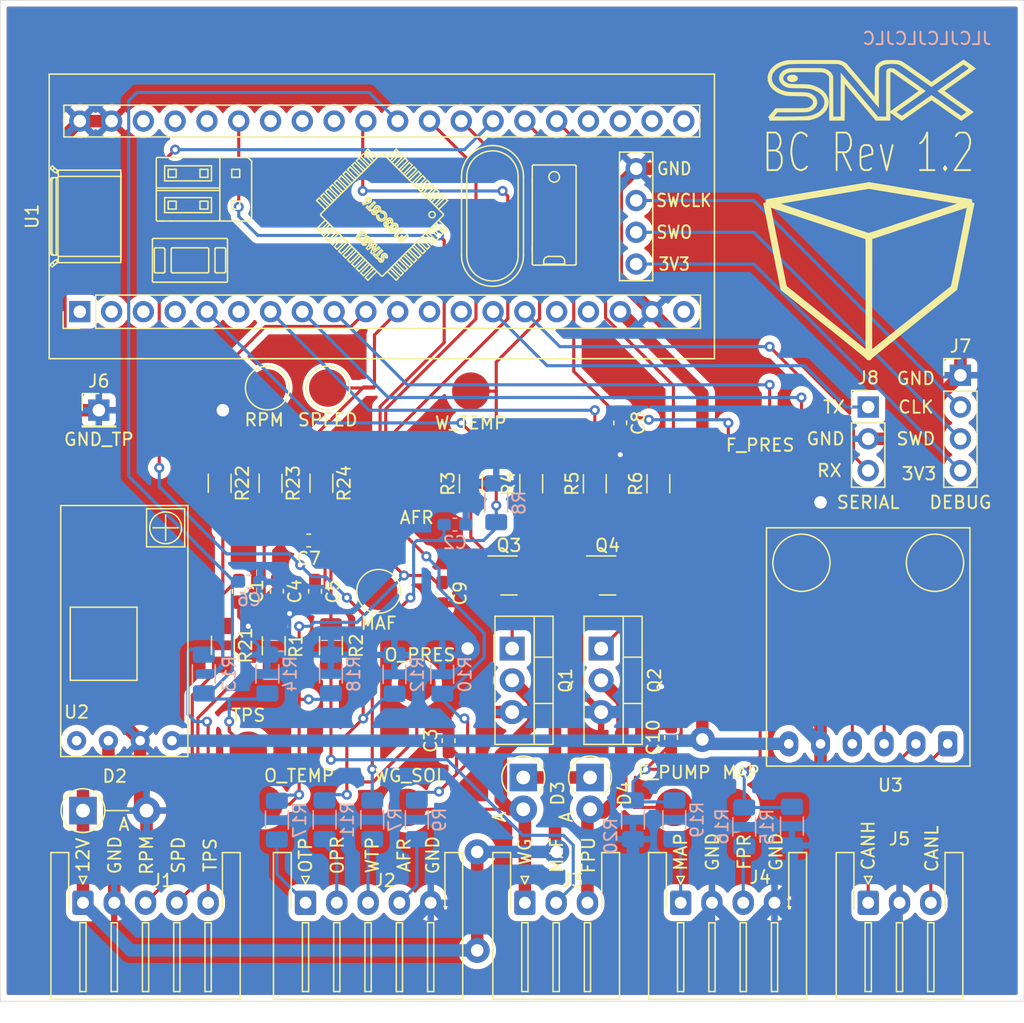
<source format=kicad_pcb>
(kicad_pcb (version 20211014) (generator pcbnew)
  (layers (0 "F.Cu" signal) (31 "B.Cu" signal) (34 "B.Paste" user) (35 "F.Paste" user) (36 "B.SilkS" user "B.Silkscreen") (37 "F.SilkS" user "F.Silkscreen") (38 "B.Mask" user) (39 "F.Mask" user) (44 "Edge.Cuts" user))
  (net 0 "")
  (net 1 "GND")
  (net 2 "/SPEED")
  (net 3 "/TPS")
  (net 4 "+12V")
  (net 5 "/MAF")
  (net 6 "/OIL_TEMP")
  (net 7 "/OIL_PRES")
  (net 8 "/WATER_TEMP")
  (net 9 "/AFR")
  (net 10 "/WG_SOL")
  (net 11 "/F_PUMP")
  (net 12 "/MAP")
  (net 13 "/F_PRES")
  (net 14 "/CANH")
  (net 15 "/CANL")
  (net 16 "/CAN_TX")
  (net 17 "/CAN_RX")
  (net 18 "+5V")
  (net 19 "Net-(Q1-Pad1)")
  (net 20 "/TX")
  (net 21 "/WG_PWM")
  (net 22 "/F_PUMP_CMD")
  (net 23 "/MAF_33")
  (net 24 "/WATER_TEMP_33")
  (net 25 "/AFR_33")
  (net 26 "/OIL_PRES_33")
  (net 27 "/TPS_33")
  (net 28 "/F_PRES_33")
  (net 29 "/OIL_TEMP_33")
  (net 30 "/MAP_33")
  (net 31 "Net-(J7-Pad2)")
  (net 32 "Net-(J7-Pad3)")
  (net 33 "Net-(J7-Pad4)")
  (net 34 "/RPM")
  (net 42 "/RX")
  (net 43 "Net-(Q2-Pad1)")
  (net 58 "Net-(Q3-Pad1)")
  (net 59 "Net-(Q4-Pad1)")
  (net 60 "/SPEED_33")
  (net 61 "/RPM_33")
  (footprint "Footprints_pills:YAAJ_BluePill_SWD_1" (layer "F.Cu") (at 64.77 69.342 90)
    (fp_text reference "U1")
    (fp_text value "YAAJ_BluePill_SWD_Breakout" hide)
  )
  (footprint "Resistor_SMD:R_1206_3216Metric_Pad1.30x1.75mm_HandSolder" (layer "F.Cu") (at 80.264 96.044 -90)
    (fp_text reference "R1")
    (fp_text value "1.2k")
  )
  (footprint "Connector_JST:JST_XH_S5B-XH-A-1_1x05_P2.50mm_Horizontal" (layer "F.Cu") (at 65.024 116.586)
    (fp_text reference "J1")
    (fp_text value "PW-RPM-SPD-TPS")
  )
  (footprint "Resistor_SMD:R_1206_3216Metric_Pad1.30x1.75mm_HandSolder" (layer "F.Cu") (at 84.836 96.044 90)
    (fp_text reference "R2")
    (fp_text value "1.2k")
  )
  (footprint "Connector_JST:JST_XH_S5B-XH-A-1_1x05_P2.50mm_Horizontal" (layer "F.Cu") (at 82.804 116.586)
    (fp_text reference "J2")
    (fp_text value "OIL-WATER-AFR")
  )
  (footprint "Connector_JST:JST_XH_S3B-XH-A-1_1x03_P2.50mm_Horizontal" (layer "F.Cu") (at 100.33 116.586)
    (fp_text reference "J3")
    (fp_text value "WG-FPUMP")
  )
  (footprint "Connector_JST:JST_XH_S4B-XH-A-1_1x04_P2.50mm_Horizontal" (layer "F.Cu") (at 112.776 116.586)
    (fp_text reference "J4")
    (fp_text value "MAP-FPRES")
  )
  (footprint "Connector_JST:JST_XH_S3B-XH-A-1_1x03_P2.50mm_Horizontal" (layer "F.Cu") (at 127.762 116.586)
    (fp_text reference "J5")
    (fp_text value "CAN")
  )
  (footprint "Diode_THT:D_DO-41_SOD81_P5.08mm_Vertical_AnodeUp" (layer "F.Cu") (at 65.024 109.22)
    (fp_text reference "D2")
    (fp_text value "TVS 18V")
  )
  (footprint "Sonix:MICRO-BUCK-POWER-MODULE_FLAT" (layer "F.Cu") (at 72.136 103.632 180)
    (fp_text reference "U2")
    (fp_text value "Power")
  )
  (footprint "Package_TO_SOT_THT:TO-220-3_Vertical" (layer "F.Cu") (at 99.314 96.266 -90)
    (fp_text reference "Q1")
    (fp_text value "IRF3205")
  )
  (footprint "Package_TO_SOT_THT:TO-220-3_Vertical" (layer "F.Cu") (at 106.426 96.266 -90)
    (fp_text reference "Q2")
    (fp_text value "IRF3205")
  )
  (footprint "Resistor_SMD:R_1206_3216Metric_Pad1.30x1.75mm_HandSolder" (layer "F.Cu") (at 96.012 83.09 90)
    (fp_text reference "R3")
    (fp_text value "1k")
  )
  (footprint "Resistor_SMD:R_1206_3216Metric_Pad1.30x1.75mm_HandSolder" (layer "F.Cu") (at 100.838 83.09 90)
    (fp_text reference "R4")
    (fp_text value "1k")
  )
  (footprint "Resistor_SMD:R_1206_3216Metric_Pad1.30x1.75mm_HandSolder" (layer "F.Cu") (at 105.918 83.09 90)
    (fp_text reference "R5")
    (fp_text value "1k")
  )
  (footprint "Resistor_SMD:R_1206_3216Metric_Pad1.30x1.75mm_HandSolder" (layer "F.Cu") (at 110.998 83.09 90)
    (fp_text reference "R6")
    (fp_text value "1k")
  )
  (footprint "Diode_THT:D_DO-41_SOD81_P2.54mm_Vertical_AnodeUp" (layer "F.Cu") (at 105.537 106.573866 -90)
    (fp_text reference "D4")
    (fp_text value "1N4001")
  )
  (footprint "Diode_THT:D_DO-41_SOD81_P2.54mm_Vertical_AnodeUp" (layer "F.Cu") (at 100.203 106.573866 -90)
    (fp_text reference "D3")
    (fp_text value "1N4001")
  )
  (footprint "Package_TO_SOT_SMD:SOT-23" (layer "F.Cu") (at 106.934 90.424)
    (fp_text reference "Q4")
    (fp_text value "S9013")
  )
  (footprint "Package_TO_SOT_SMD:SOT-23" (layer "F.Cu") (at 99.06 90.424)
    (fp_text reference "Q3")
    (fp_text value "S9013")
  )
  (footprint "Sonix:MCP2551_MODULE" (layer "F.Cu") (at 134.112 106.426 180)
    (fp_text reference "U3")
    (fp_text value "MCP2551_MODULE")
  )
  (footprint "Connector_PinHeader_2.54mm:PinHeader_1x04_P2.54mm_Vertical" (layer "F.Cu") (at 135.128 74.422)
    (fp_text reference "J7")
    (fp_text value "PROG")
  )
  (footprint "Measurement_Points:Measurement_Point_Round-SMD-Pad_Big" (layer "F.Cu") (at 112.268 108.966)
    (fp_text reference "TP2" hide)
    (fp_text value "F_PUMP")
  )
  (footprint "Measurement_Points:Measurement_Point_Round-SMD-Pad_Big" (layer "F.Cu") (at 96.012 75.692)
    (fp_text reference "TP3" hide)
    (fp_text value "W_TEMP")
  )
  (footprint "Measurement_Points:Measurement_Point_Round-SMD-Pad_Big" (layer "F.Cu") (at 91.694 82.804)
    (fp_text reference "TP4" hide)
    (fp_text value "AFR")
  )
  (footprint "Measurement_Points:Measurement_Point_Round-SMD-Pad_Big" (layer "F.Cu") (at 91.694 99.06)
    (fp_text reference "TP5" hide)
    (fp_text value "O_PRES")
  )
  (footprint "Measurement_Points:Measurement_Point_Round-SMD-Pad_Big" (layer "F.Cu") (at 78.232 104.394)
    (fp_text reference "TP6" hide)
    (fp_text value "TPS")
  )
  (footprint "Measurement_Points:Measurement_Point_Round-SMD-Pad_Big" (layer "F.Cu") (at 119.126 82.55)
    (fp_text reference "TP7" hide)
    (fp_text value "F_PRES")
  )
  (footprint "Measurement_Points:Measurement_Point_Round-SMD-Pad_Big" (layer "F.Cu") (at 79.502 108.712)
    (fp_text reference "TP8" hide)
    (fp_text value "O_TEMP")
  )
  (footprint "Measurement_Points:Measurement_Point_Round-SMD-Pad_Big" (layer "F.Cu") (at 117.094 108.966)
    (fp_text reference "TP9" hide)
    (fp_text value "MAP")
  )
  (footprint "Pin_Headers:Pin_Header_Straight_1x01_Pitch2.54mm" (layer "F.Cu") (at 66.294 77.216)
    (fp_text reference "J6")
    (fp_text value "GND_TP")
  )
  (footprint "Measurement_Points:Measurement_Point_Round-SMD-Pad_Big" (layer "F.Cu") (at 90.932 108.966)
    (fp_text reference "TP1" hide)
    (fp_text value "WG_SOL")
  )
  (footprint "Sonix:logo_cube" (layer "F.Cu") (at 128.016 65.278)
    (fp_text reference "Ref**" hide)
    (fp_text value "Val**" hide)
  )
  (footprint "Sonix:SNX_little" (layer "F.Cu") (at 127.762 51.816)
    (fp_text reference "Ref**" hide)
    (fp_text value "Val**" hide)
  )
  (footprint "Capacitor_SMD:C_0603_1608Metric_Pad1.08x0.95mm_HandSolder" (layer "F.Cu") (at 83.566 91.694 -90)
    (fp_text reference "C5")
    (fp_text value "10µ")
  )
  (footprint "TestPoint:TestPoint_Pad_D3.0mm" (layer "F.Cu") (at 84.582 75.438)
    (fp_text reference "TP11" hide)
    (fp_text value "SPEED")
  )
  (footprint "Resistor_SMD:R_1206_3216Metric_Pad1.30x1.75mm_HandSolder" (layer "F.Cu") (at 84.074 83.058 -90)
    (fp_text reference "R24")
    (fp_text value "2.2k")
  )
  (footprint "Capacitor_SMD:C_0603_1608Metric_Pad1.08x0.95mm_HandSolder" (layer "F.Cu") (at 80.518 91.694 -90)
    (fp_text reference "C4")
    (fp_text value "10n")
  )
  (footprint "Resistor_SMD:R_1206_3216Metric_Pad1.30x1.75mm_HandSolder" (layer "F.Cu") (at 75.946 83.058 -90)
    (fp_text reference "R22")
    (fp_text value "2.2k")
  )
  (footprint "Capacitor_SMD:C_0603_1608Metric_Pad1.08x0.95mm_HandSolder" (layer "F.Cu") (at 107.95 78.232 -90)
    (fp_text reference "C8")
    (fp_text value "10µ")
  )
  (footprint "Capacitor_SMD:C_0603_1608Metric_Pad1.08x0.95mm_HandSolder" (layer "F.Cu") (at 94.234 103.632 90)
    (fp_text reference "C3")
    (fp_text value "10µ")
  )
  (footprint "Capacitor_SMD:C_0603_1608Metric_Pad1.08x0.95mm_HandSolder" (layer "F.Cu") (at 83.058 87.63 180)
    (fp_text reference "C7")
    (fp_text value "10n")
  )
  (footprint "Capacitor_SMD:C_0603_1608Metric_Pad1.08x0.95mm_HandSolder" (layer "F.Cu") (at 93.726 91.8475 -90)
    (fp_text reference "C9")
    (fp_text value "10µ")
  )
  (footprint "TestPoint:TestPoint_Pad_D3.0mm" (layer "F.Cu") (at 88.646 91.694)
    (fp_text reference "TP12" hide)
    (fp_text value "MAF")
  )
  (footprint "Resistor_SMD:R_1206_3216Metric_Pad1.30x1.75mm_HandSolder" (layer "F.Cu") (at 76.2 96.012 -90)
    (fp_text reference "R21")
    (fp_text value "1.2k")
  )
  (footprint "Capacitor_SMD:C_0603_1608Metric_Pad1.08x0.95mm_HandSolder" (layer "F.Cu") (at 112.014 103.378 90)
    (fp_text reference "C10")
    (fp_text value "10µ")
  )
  (footprint "TestPoint:TestPoint_Pad_D3.0mm" (layer "F.Cu") (at 79.756 75.438)
    (fp_text reference "TP10" hide)
    (fp_text value "RPM")
  )
  (footprint "Capacitor_SMD:C_0603_1608Metric_Pad1.08x0.95mm_HandSolder" (layer "F.Cu") (at 77.47 91.694 -90)
    (fp_text reference "C1")
    (fp_text value "10n")
  )
  (footprint "Connector_PinHeader_2.54mm:PinHeader_1x03_P2.54mm_Vertical" (layer "F.Cu") (at 127.762 76.962)
    (fp_text reference "J8")
    (fp_text value "SERIAL")
  )
  (footprint "Resistor_SMD:R_1206_3216Metric_Pad1.30x1.75mm_HandSolder" (layer "F.Cu") (at 80.01 83.058 -90)
    (fp_text reference "R23")
    (fp_text value "2.2k")
  )
  (footprint "Resistor_SMD:R_1206_3216Metric_Pad1.30x1.75mm_HandSolder" (layer "B.Cu") (at 88.138 109.95 90)
    (fp_text reference "R7")
    (fp_text value "1.2k")
  )
  (footprint "Resistor_SMD:R_1206_3216Metric_Pad1.30x1.75mm_HandSolder" (layer "B.Cu") (at 98.044 84.614 90)
    (fp_text reference "R8")
    (fp_text value "2.2k")
  )
  (footprint "Resistor_SMD:R_1206_3216Metric_Pad1.30x1.75mm_HandSolder" (layer "B.Cu") (at 91.694 109.95 90)
    (fp_text reference "R9")
    (fp_text value "1.2k")
  )
  (footprint "Resistor_SMD:R_1206_3216Metric_Pad1.30x1.75mm_HandSolder" (layer "B.Cu") (at 93.726 98.33 90)
    (fp_text reference "R10")
    (fp_text value "2.2k")
  )
  (footprint "Resistor_SMD:R_1206_3216Metric_Pad1.30x1.75mm_HandSolder" (layer "B.Cu") (at 89.916 98.33 90)
    (fp_text reference "R12")
    (fp_text value "2.2k")
  )
  (footprint "Resistor_SMD:R_1206_3216Metric_Pad1.30x1.75mm_HandSolder" (layer "B.Cu") (at 74.676 98.298 -90)
    (fp_text reference "R13")
    (fp_text value "1.2k")
  )
  (footprint "Resistor_SMD:R_1206_3216Metric_Pad1.30x1.75mm_HandSolder" (layer "B.Cu") (at 79.756 98.298 90)
    (fp_text reference "R14")
    (fp_text value "2.2k")
  )
  (footprint "Resistor_SMD:R_1206_3216Metric_Pad1.30x1.75mm_HandSolder" (layer "B.Cu") (at 117.856 110.522 90)
    (fp_text reference "R15")
    (fp_text value "1.2k")
  )
  (footprint "Resistor_SMD:R_1206_3216Metric_Pad1.30x1.75mm_HandSolder" (layer "B.Cu") (at 121.666 110.458 -90)
    (fp_text reference "R16")
    (fp_text value "2.2k")
  )
  (footprint "Resistor_SMD:R_1206_3216Metric_Pad1.30x1.75mm_HandSolder" (layer "B.Cu") (at 80.518 109.982 90)
    (fp_text reference "R17")
    (fp_text value "1.2k")
  )
  (footprint "Resistor_SMD:R_1206_3216Metric_Pad1.30x1.75mm_HandSolder" (layer "B.Cu") (at 84.836 98.298 90)
    (fp_text reference "R18")
    (fp_text value "2.2k")
  )
  (footprint "Resistor_SMD:R_1206_3216Metric_Pad1.30x1.75mm_HandSolder" (layer "B.Cu") (at 112.268 109.95 90)
    (fp_text reference "R19")
    (fp_text value "1.2k")
  )
  (footprint "Resistor_SMD:R_1206_3216Metric_Pad1.30x1.75mm_HandSolder" (layer "B.Cu") (at 108.966 109.95 -90)
    (fp_text reference "R20")
    (fp_text value "2.2k")
  )
  (footprint "Resistor_SMD:R_1206_3216Metric_Pad1.30x1.75mm_HandSolder" (layer "B.Cu") (at 84.328 109.95 90)
    (fp_text reference "R11")
    (fp_text value "1.2k")
  )
  (footprint "Capacitor_SMD:C_0603_1608Metric_Pad1.08x0.95mm_HandSolder" (layer "B.Cu") (at 94.742 86.36)
    (fp_text reference "C2")
    (fp_text value "10µ")
  )
  (footprint "Capacitor_SMD:C_0603_1608Metric_Pad1.08x0.95mm_HandSolder" (layer "B.Cu") (at 78.3075 90.932)
    (fp_text reference "C6")
    (fp_text value "10µ")
  )
  (gr_line (start 58.42 44.45) (end 140.208 44.45) (layer "Edge.Cuts") (width 0.05))
  (gr_line (start 58.42 124.46) (end 140.208 124.46) (layer "Edge.Cuts") (width 0.05))
  (gr_line (start 140.208 124.46) (end 140.208 44.45) (layer "Edge.Cuts") (width 0.05))
  (gr_line (start 58.42 124.46) (end 58.42 44.45) (layer "Edge.Cuts") (width 0.05))
  (gr_text " JLCJLCJLCJLC" (at 132.842 47.498) (layer "B.SilkS") (effects (font (size 1 1)) (justify mirror)))
  (gr_text "FPR" (at 117.856 112.522 90) (layer "F.SilkS") (effects (font (size 1 1))))
  (gr_text "3V3" (at 131.826 82.296) (layer "F.SilkS") (effects (font (size 1 1))))
  (gr_text "OTP" (at 82.804 112.776 90) (layer "F.SilkS") (effects (font (size 1 1))))
  (gr_text "RX" (at 125.73 82.042) (layer "F.SilkS") (effects (font (size 1 1)) (justify right)))
  (gr_text "GND" (at 115.316 112.522 90) (layer "F.SilkS") (effects (font (size 1 1))))
  (gr_text "GND" (at 131.572 74.676) (layer "F.SilkS") (effects (font (size 1 1))))
  (gr_text "GND" (at 120.396 112.522 90) (layer "F.SilkS") (effects (font (size 1 1))))
  (gr_text "CANL" (at 132.842 112.268 90) (layer "F.SilkS") (effects (font (size 1 1))))
  (gr_text "GND" (at 92.964 112.776 90) (layer "F.SilkS") (effects (font (size 1 1))))
  (gr_text "AFR" (at 90.678 112.776 90) (layer "F.SilkS") (effects (font (size 1 1))))
  (gr_text "TX" (at 125.984 76.962) (layer "F.SilkS") (effects (font (size 1 1)) (justify right)))
  (gr_text "SWD" (at 131.572 79.502) (layer "F.SilkS") (effects (font (size 1 1))))
  (gr_text "SERIAL" (at 127.762 84.582) (layer "F.SilkS") (effects (font (size 1 1))))
  (gr_text "CANH" (at 127.762 112.014 90) (layer "F.SilkS") (effects (font (size 1 1))))
  (gr_text "GND" (at 67.564 112.776 90) (layer "F.SilkS") (effects (font (size 1 1))))
  (gr_text "WTP" (at 88.138 112.776 90) (layer "F.SilkS") (effects (font (size 1 1))))
  (gr_text "FPU" (at 105.41 112.776 90) (layer "F.SilkS") (effects (font (size 1 1))))
  (gr_text "GND" (at 125.984 79.502) (layer "F.SilkS") (effects (font (size 1 1)) (justify right)))
  (gr_text "MAF" (at 102.87 112.776 90) (layer "F.SilkS") (effects (font (size 1 1))))
  (gr_text "TPS" (at 75.184 112.776 90) (layer "F.SilkS") (effects (font (size 1 1))))
  (gr_text "CLK" (at 131.572 76.962) (layer "F.SilkS") (effects (font (size 1 1))))
  (gr_text "RPM" (at 70.104 112.776 90) (layer "F.SilkS") (effects (font (size 1 1))))
  (gr_text "SPD" (at 72.644 112.776 90) (layer "F.SilkS") (effects (font (size 1 1))))
  (gr_text "BC Rev 1.2" (at 127.762 56.642) (layer "F.SilkS") (effects (font (size 3 2))))
  (gr_text "DEBUG" (at 135.128 84.582) (layer "F.SilkS") (effects (font (size 1 1))))
  (gr_text "OPR" (at 85.344 112.776 90) (layer "F.SilkS") (effects (font (size 1 1))))
  (gr_text "MAP" (at 112.776 112.522 90) (layer "F.SilkS") (effects (font (size 1 1))))
  (gr_text "WG" (at 100.33 112.522 90) (layer "F.SilkS") (effects (font (size 1 1))))
  (gr_text "12V" (at 65.024 112.776 90) (layer "F.SilkS") (effects (font (size 1 1))))
  (segment (start 80.01 81.508) (end 80.01 80.01) (width 0.25) (layer "F.Cu") (net 1))
  (segment (start 67.524 113.578) (end 67.524 116.586) (width 1) (layer "F.Cu") (net 1))
  (segment (start 63.219999 55.652001) (end 64.77 54.102) (width 1) (layer "F.Cu") (net 1))
  (segment (start 98.1225 91.374) (end 98.1225 93.9015) (width 0.5) (layer "F.Cu") (net 1))
  (segment (start 69.596 103.632) (end 69.596 108.712) (width 1) (layer "F.Cu") (net 1))
  (segment (start 98.1225 93.9015) (end 95.758 96.266) (width 0.5) (layer "F.Cu") (net 1))
  (segment (start 104.826489 92.544011) (end 104.826489 99.746489) (width 0.5) (layer "F.Cu") (net 1))
  (segment (start 110.49 69.342) (end 110.49 69.365738) (width 1) (layer "F.Cu") (net 1))
  (segment (start 120.396 116.466) (end 120.276 116.586) (width 1) (layer "F.Cu") (net 1))
  (segment (start 75.946 77.47) (end 76.2 77.216) (width 0.25) (layer "F.Cu") (net 1))
  (segment (start 84.36552 91.75698) (end 84.36552 89.80002) (width 0.25) (layer "F.Cu") (net 1))
  (segment (start 127.762 79.502) (end 130.048 79.502) (width 1) (layer "F.Cu") (net 1))
  (segment (start 77.47 93.726) (end 78.232 94.488) (width 0.25) (layer "F.Cu") (net 1))
  (segment (start 97.536 101.346) (end 96.52 100.33) (width 1) (layer "F.Cu") (net 1))
  (segment (start 82.87448 82.70752) (end 82.87448 86.95102) (width 0.25) (layer "F.Cu") (net 1))
  (segment (start 104.826489 99.746489) (end 106.426 101.346) (width 0.5) (layer "F.Cu") (net 1))
  (segment (start 80.518 92.5565) (end 80.6185 92.5565) (width 0.25) (layer "F.Cu") (net 1))
  (segment (start 80.01 80.01) (end 77.216 77.216) (width 0.25) (layer "F.Cu") (net 1))
  (segment (start 82.4495 92.5565) (end 81.534 93.472) (width 0.25) (layer "F.Cu") (net 1))
  (segment (start 120.276 116.586) (end 123.952 112.91) (width 1) (layer "F.Cu") (net 1))
  (segment (start 135.128 74.422) (end 135.128 61.468) (width 1) (layer "F.Cu") (net 1))
  (segment (start 82.87448 86.95102) (end 82.1955 87.63) (width 0.25) (layer "F.Cu") (net 1))
  (segment (start 67.31 54.102) (end 64.77 54.102) (width 1) (layer "F.Cu") (net 1))
  (segment (start 107.669999 59.462001) (end 107.669999 66.521999) (width 1) (layer "F.Cu") (net 1))
  (segment (start 112.014 100.076) (end 111.252 99.314) (width 0.25) (layer "F.Cu") (net 1))
  (segment (start 80.6185 92.5565) (end 81.534 93.472) (width 0.25) (layer "F.Cu") (net 1))
  (segment (start 123.952 112.91) (end 123.952 103.886) (width 1) (layer "F.Cu") (net 1))
  (segment (start 130.048 79.502) (end 135.128 74.422) (width 1) (layer "F.Cu") (net 1))
  (segment (start 83.566 92.5565) (end 82.4495 92.5565) (width 0.25) (layer "F.Cu") (net 1))
  (segment (start 95.758 96.266) (end 96.52 97.028) (width 1) (layer "F.Cu") (net 1))
  (segment (start 99.314 101.346) (end 97.536 101.346) (width 1) (layer "F.Cu") (net 1))
  (segment (start 123.952 82.827738) (end 123.952 103.886) (width 1) (layer "F.Cu") (net 1))
  (segment (start 63.219999 97.255999) (end 63.219999 84.862001) (width 1) (layer "F.Cu") (net 1))
  (segment (start 66.294 77.216) (end 63.246 77.216) (width 1) (layer "F.Cu") (net 1))
  (segment (start 69.596 103.632) (end 63.219999 97.255999) (width 1) (layer "F.Cu") (net 1))
  (segment (start 83.566 92.5565) (end 84.36552 91.75698) (width 0.25) (layer "F.Cu") (net 1))
  (segment (start 135.128 61.468) (end 131.572 57.912) (width 1) (layer "F.Cu") (net 1))
  (segment (start 107.95 79.0945) (end 107.95 80.772) (width 0.25) (layer "F.Cu") (net 1))
  (segment (start 112.014 102.5155) (end 112.014 100.076) (width 0.25) (layer "F.Cu") (net 1))
  (segment (start 76.2 77.698) (end 76.2 77.216) (width 0.25) (layer "F.Cu") (net 1))
  (segment (start 77.47 92.5565) (end 77.47 93.726) (width 0.25) (layer "F.Cu") (net 1))
  (segment (start 107.669999 66.521999) (end 110.49 69.342) (width 1) (layer "F.Cu") (net 1))
  (segment (start 110.49 69.365738) (end 123.952 82.827738) (width 1) (layer "F.Cu") (net 1))
  (segment (start 84.074 81.508) (end 82.87448 82.70752) (width 0.25) (layer "F.Cu") (net 1))
  (segment (start 130.302 116.546) (end 130.262 116.586) (width 1) (layer "F.Cu") (net 1))
  (segment (start 77.216 77.216) (end 76.2 77.216) (width 0.25) (layer "F.Cu") (net 1))
  (segment (start 109.22 57.912) (end 107.669999 59.462001) (width 1) (layer "F.Cu") (net 1))
  (segment (start 131.572 57.912) (end 109.22 57.912) (width 1) (layer "F.Cu") (net 1))
  (segment (start 63.246 77.216) (end 63.219999 77.189999) (width 1) (layer "F.Cu") (net 1))
  (segment (start 84.36552 89.80002) (end 82.1955 87.63) (width 0.25) (layer "F.Cu") (net 1))
  (segment (start 63.219999 77.189999) (end 63.219999 55.652001) (width 1) (layer "F.Cu") (net 1))
  (segment (start 105.9965 91.374) (end 104.826489 92.544011) (width 0.5) (layer "F.Cu") (net 1))
  (segment (start 69.596 108.712) (end 70.104 109.22) (width 1) (layer "F.Cu") (net 1))
  (segment (start 75.946 81.508) (end 75.946 77.47) (width 0.25) (layer "F.Cu") (net 1))
  (segment (start 96.52 100.33) (end 96.52 97.028) (width 1) (layer "F.Cu") (net 1))
  (segment (start 70.104 109.22) (end 70.104 110.998) (width 1) (layer "F.Cu") (net 1))
  (segment (start 115.316 116.546) (end 115.276 116.586) (width 1) (layer "F.Cu") (net 1))
  (segment (start 70.104 110.998) (end 67.524 113.578) (width 1) (layer "F.Cu") (net 1))
  (segment (start 63.219999 84.862001) (end 63.219999 77.189999) (width 1) (layer "F.Cu") (net 1))
  (via (at 76.2 77.216) (size 2) (drill 1) (layers "F.Cu" "B.Cu") (net 1))
  (via (at 78.232 94.488) (size 0.8) (drill 0.4) (layers "F.Cu" "B.Cu") (net 1))
  (via (at 95.758 96.266) (size 2) (drill 1) (layers "F.Cu" "B.Cu") (net 1))
  (via (at 111.252 99.314) (size 0.8) (drill 0.4) (layers "F.Cu" "B.Cu") (net 1))
  (via (at 107.95 80.772) (size 0.8) (drill 0.4) (layers "F.Cu" "B.Cu") (net 1))
  (via (at 81.534 93.472) (size 0.8) (drill 0.4) (layers "F.Cu" "B.Cu") (net 1))
  (via (at 123.952 84.582) (size 2) (drill 1) (layers "F.Cu" "B.Cu") (net 1))
  (segment (start 76.2 77.978) (end 82.862 84.64) (width 1) (layer "B.Cu") (net 1))
  (segment (start 92.804 116.586) (end 94.836 118.618) (width 1) (layer "B.Cu") (net 1))
  (segment (start 98.044 81.28) (end 98.298 81.026) (width 0.25) (layer "B.Cu") (net 1))
  (segment (start 128.740002 118.618) (end 130.262 117.096002) (width 1) (layer "B.Cu") (net 1))
  (segment (start 98.298 81.026) (end 100.018 81.026) (width 1) (layer "B.Cu") (net 1))
  (segment (start 111.252 99.314) (end 111.252 100.838) (width 0.25) (layer "B.Cu") (net 1))
  (segment (start 109.474 118.618) (end 113.754002 118.618) (width 1) (layer "B.Cu") (net 1))
  (segment (start 103.632 84.64) (end 110.04 84.64) (width 1) (layer "B.Cu") (net 1))
  (segment (start 111.252 100.838) (end 110.744 101.346) (width 0.25) (layer "B.Cu") (net 1))
  (segment (start 130.262 117.096002) (end 130.262 116.586) (width 1) (layer "B.Cu") (net 1))
  (segment (start 120.276 116.586) (end 122.308 118.618) (width 1) (layer "B.Cu") (net 1))
  (segment (start 105.41 101.346) (end 110.744 101.346) (width 1) (layer "B.Cu") (net 1))
  (segment (start 113.754002 118.618) (end 115.276 117.096002) (width 1) (layer "B.Cu") (net 1))
  (segment (start 99.314 101.346) (end 105.41 101.346) (width 1) (layer "B.Cu") (net 1))
  (segment (start 94.836 118.618) (end 108.560002 118.618) (width 1) (layer "B.Cu") (net 1))
  (segment (start 121.412 101.346) (end 123.952 103.886) (width 1) (layer "B.Cu") (net 1))
  (segment (start 69.81 118.872) (end 90.518 118.872) (width 1) (layer "B.Cu") (net 1))
  (segment (start 93.726 96.78) (end 93.726 95.25) (width 0.25) (layer "B.Cu") (net 1))
  (segment (start 93.472 84.64) (end 97.086 81.026) (width 1) (layer "B.Cu") (net 1))
  (segment (start 81.534 95.314) (end 82.518 96.298) (width 0.25) (layer "B.Cu") (net 1))
  (segment (start 89.916 94.996) (end 83.82 94.996) (width 1) (layer "B.Cu") (net 1))
  (segment (start 79.756 96.748) (end 82.068 96.748) (width 0.25) (layer "B.Cu") (net 1))
  (segment (start 108.966 84.64) (end 110.04 84.64) (width 1) (layer "B.Cu") (net 1))
  (segment (start 107.95 84.074) (end 108.516 84.64) (width 0.25) (layer "B.Cu") (net 1))
  (segment (start 89.916 96.78) (end 89.916 94.996) (width 0.25) (layer "B.Cu") (net 1))
  (segment (start 82.968 96.748) (end 82.518 96.298) (width 0.25) (layer "B.Cu") (net 1))
  (segment (start 82.068 96.748) (end 82.518 96.298) (width 0.25) (layer "B.Cu") (net 1))
  (segment (start 93.98 94.996) (end 94.488 94.996) (width 1) (layer "B.Cu") (net 1))
  (segment (start 109.017001 118.161001) (end 109.474 118.618) (width 1) (layer "B.Cu") (net 1))
  (segment (start 93.98 94.996) (end 89.916 94.996) (width 1) (layer "B.Cu") (net 1))
  (segment (start 115.276 117.096002) (end 115.276 116.586) (width 1) (layer "B.Cu") (net 1))
  (segment (start 83.82 94.996) (end 82.931 95.885) (width 1) (layer "B.Cu") (net 1))
  (segment (start 108.966 111.5) (end 108.966 118.11) (width 1) (layer "B.Cu") (net 1))
  (segment (start 118.244 118.618) (end 120.276 116.586) (width 1) (layer "B.Cu") (net 1))
  (segment (start 123.894 84.64) (end 123.952 84.582) (width 1) (layer "B.Cu") (net 1))
  (segment (start 110.04 84.64) (end 114.554 84.64) (width 1) (layer "B.Cu") (net 1))
  (segment (start 82.931 95.885) (end 82.518 96.298) (width 1) (layer "B.Cu") (net 1))
  (segment (start 82.862 84.64) (end 93.472 84.64) (width 1) (layer "B.Cu") (net 1))
  (segment (start 100.018 81.026) (end 103.632 84.64) (width 1) (layer "B.Cu") (net 1))
  (segment (start 90.518 118.872) (end 92.804 116.586) (width 1) (layer "B.Cu") (net 1))
  (segment (start 117.308 118.618) (end 118.244 118.618) (width 1) (layer "B.Cu") (net 1))
  (segment (start 84.836 96.748) (end 82.968 96.748) (width 0.25) (layer "B.Cu") (net 1))
  (segment (start 114.554 84.64) (end 123.894 84.64) (width 1) (layer "B.Cu") (net 1))
  (segment (start 98.044 83.064) (end 98.044 81.28) (width 0.25) (layer "B.Cu") (net 1))
  (segment (start 93.726 95.25) (end 93.98 94.996) (width 0.25) (layer "B.Cu") (net 1))
  (segment (start 121.666 115.196) (end 120.276 116.586) (width 1) (layer "B.Cu") (net 1))
  (segment (start 107.95 80.772) (end 107.95 84.074) (width 0.25) (layer "B.Cu") (net 1))
  (segment (start 76.2 77.216) (end 76.2 77.978) (width 1) (layer "B.Cu") (net 1))
  (segment (start 122.308 118.618) (end 128.740002 118.618) (width 1) (layer "B.Cu") (net 1))
  (segment (start 97.086 81.026) (end 98.298 81.026) (width 1) (layer "B.Cu") (net 1))
  (segment (start 94.488 94.996) (end 95.758 96.266) (width 1) (layer "B.Cu") (net 1))
  (segment (start 108.966 118.11) (end 109.017001 118.161001) (width 1) (layer "B.Cu") (net 1))
  (segment (start 108.560002 118.618) (end 109.017001 118.161001) (width 1) (layer "B.Cu") (net 1))
  (segment (start 115.276 116.586) (end 117.308 118.618) (width 1) (layer "B.Cu") (net 1))
  (segment (start 78.232 94.488) (end 78.232 95.224) (width 0.25) (layer "B.Cu") (net 1))
  (segment (start 108.516 84.64) (end 108.966 84.64) (width 0.25) (layer "B.Cu") (net 1))
  (segment (start 67.524 116.586) (end 69.81 118.872) (width 1) (layer "B.Cu") (net 1))
  (segment (start 121.666 112.458) (end 121.666 115.196) (width 1) (layer "B.Cu") (net 1))
  (segment (start 81.534 93.472) (end 81.534 95.314) (width 0.25) (layer "B.Cu") (net 1))
  (segment (start 78.232 95.224) (end 79.756 96.748) (width 0.25) (layer "B.Cu") (net 1))
  (segment (start 110.744 101.346) (end 121.412 101.346) (width 1) (layer "B.Cu") (net 1))
  (segment (start 77.9694 98.044) (end 80.264 98.044) (width 0.25) (layer "F.Cu") (net 2))
  (segment (start 72.524 116.586) (end 74.205499 114.904501) (width 0.25) (layer "F.Cu") (net 2))
  (segment (start 74.205499 101.807901) (end 77.9694 98.044) (width 0.25) (layer "F.Cu") (net 2))
  (segment (start 74.205499 114.904501) (end 74.205499 101.807901) (width 0.25) (layer "F.Cu") (net 2))
  (segment (start 75.024 102.202) (end 74.93 102.108) (width 0.25) (layer "F.Cu") (net 3))
  (segment (start 75.024 116.586) (end 75.024 102.202) (width 0.25) (layer "F.Cu") (net 3))
  (via (at 74.93 102.108) (size 0.8) (drill 0.4) (layers "F.Cu" "B.Cu") (net 3))
  (segment (start 74.93 102.108) (end 73.986978 102.108) (width 0.25) (layer "B.Cu") (net 3))
  (segment (start 73.406 96.52) (end 73.628 96.298) (width 0.25) (layer "B.Cu") (net 3))
  (segment (start 73.406 101.527022) (end 73.406 96.52) (width 0.25) (layer "B.Cu") (net 3))
  (segment (start 73.628 96.298) (end 74.676 96.298) (width 0.25) (layer "B.Cu") (net 3))
  (segment (start 73.986978 102.108) (end 73.406 101.527022) (width 0.25) (layer "B.Cu") (net 3))
  (segment (start 65.024 116.586) (end 65.024 109.22) (width 1) (layer "F.Cu") (net 4))
  (segment (start 102.735999 82.987999) (end 109.100001 82.987999) (width 1) (layer "F.Cu") (net 4))
  (segment (start 102.735999 82.987999) (end 102.735999 106.560001) (width 1) (layer "F.Cu") (net 4))
  (segment (start 102.735999 112.387999) (end 102.87 112.522) (width 1) (layer "F.Cu") (net 4))
  (segment (start 102.735999 82.987999) (end 100.838 81.09) (width 1) (layer "F.Cu") (net 4))
  (segment (start 105.537 106.573866) (end 102.722134 106.573866) (width 1) (layer "F.Cu") (net 4))
  (segment (start 65.024 107.188) (end 67.056 105.156) (width 1) (layer "F.Cu") (net 4))
  (segment (start 102.722134 106.573866) (end 102.735999 106.560001) (width 1) (layer "F.Cu") (net 4))
  (segment (start 100.203 106.573866) (end 102.722134 106.573866) (width 1) (layer "F.Cu") (net 4))
  (segment (start 102.735999 106.560001) (end 102.735999 112.387999) (width 1) (layer "F.Cu") (net 4))
  (segment (start 65.024 109.22) (end 65.024 107.188) (width 1) (layer "F.Cu") (net 4))
  (segment (start 67.056 105.156) (end 67.056 103.632) (width 1) (layer "F.Cu") (net 4))
  (segment (start 109.100001 82.987999) (end 110.998 81.09) (width 1) (layer "F.Cu") (net 4))
  (segment (start 96.52 120.396) (end 96.52 112.522) (width 1) (layer "F.Cu") (net 4))
  (via (at 96.52 120.396) (size 2) (drill 1) (layers "F.Cu" "B.Cu") (net 4))
  (via (at 102.87 112.522) (size 2) (drill 1) (layers "F.Cu" "B.Cu") (net 4))
  (via (at 96.52 112.522) (size 2) (drill 1) (layers "F.Cu" "B.Cu") (net 4))
  (segment (start 68.834 120.396) (end 96.52 120.396) (width 1) (layer "B.Cu") (net 4))
  (segment (start 96.52 112.522) (end 102.87 112.522) (width 1) (layer "B.Cu") (net 4))
  (segment (start 65.024 116.586) (end 68.834 120.396) (width 1) (layer "B.Cu") (net 4))
  (segment (start 84.836 105.156) (end 84.836 98.044) (width 0.25) (layer "F.Cu") (net 5))
  (via (at 84.836 105.156) (size 0.8) (drill 0.4) (layers "F.Cu" "B.Cu") (net 5))
  (segment (start 84.836 105.156) (end 94.130034 105.156) (width 0.25) (layer "B.Cu") (net 5))
  (segment (start 104.194501 115.221499) (end 102.83 116.586) (width 0.25) (layer "B.Cu") (net 5))
  (segment (start 103.418627 111.197499) (end 104.194501 111.973373) (width 0.25) (layer "B.Cu") (net 5))
  (segment (start 94.130034 105.156) (end 100.171533 111.197499) (width 0.25) (layer "B.Cu") (net 5))
  (segment (start 100.171533 111.197499) (end 103.418627 111.197499) (width 0.25) (layer "B.Cu") (net 5))
  (segment (start 104.194501 111.973373) (end 104.194501 115.221499) (width 0.25) (layer "B.Cu") (net 5))
  (segment (start 82.804 116.586) (end 80.518 114.3) (width 0.25) (layer "B.Cu") (net 6))
  (segment (start 80.518 114.3) (end 80.518 111.982) (width 0.25) (layer "B.Cu") (net 6))
  (segment (start 85.304 112.926) (end 84.328 111.95) (width 0.25) (layer "B.Cu") (net 7))
  (segment (start 85.304 116.586) (end 85.304 112.926) (width 0.25) (layer "B.Cu") (net 7))
  (segment (start 87.804 112.094) (end 88.138 111.76) (width 0.25) (layer "B.Cu") (net 8))
  (segment (start 87.804 116.586) (end 87.804 112.094) (width 0.25) (layer "B.Cu") (net 8))
  (segment (start 90.304 116.586) (end 91.694 115.196) (width 0.25) (layer "B.Cu") (net 9))
  (segment (start 91.694 115.196) (end 91.694 111.76) (width 0.25) (layer "B.Cu") (net 9))
  (segment (start 100.33 116.586) (end 100.33 109.240866) (width 1) (layer "F.Cu") (net 10))
  (segment (start 99.143978 109.113866) (end 100.203 109.113866) (width 1) (layer "F.Cu") (net 10))
  (segment (start 98.403489 108.373377) (end 99.143978 109.113866) (width 1) (layer "F.Cu") (net 10))
  (segment (start 99.314 98.806) (end 101.01352 100.50552) (width 1) (layer "F.Cu") (net 10))
  (segment (start 91.079866 109.113866) (end 90.932 108.966) (width 0.25) (layer "F.Cu") (net 10))
  (segment (start 101.01352 100.50552) (end 101.01352 102.164324) (width 1) (layer "F.Cu") (net 10))
  (segment (start 98.403489 104.774355) (end 98.403489 108.373377) (width 1) (layer "F.Cu") (net 10))
  (segment (start 101.01352 102.164324) (end 98.403489 104.774355) (width 1) (layer "F.Cu") (net 10))
  (segment (start 100.33 109.240866) (end 100.203 109.113866) (width 1) (layer "F.Cu") (net 10))
  (segment (start 100.203 109.113866) (end 91.079866 109.113866) (width 0.25) (layer "F.Cu") (net 10))
  (segment (start 106.596022 109.367866) (end 105.537 109.367866) (width 1) (layer "F.Cu") (net 11))
  (segment (start 108.025511 107.938377) (end 106.596022 109.367866) (width 1) (layer "F.Cu") (net 11))
  (segment (start 108.025511 107.938377) (end 108.025511 103.048489) (width 1) (layer "F.Cu") (net 11))
  (segment (start 112.268 108.966) (end 109.053134 108.966) (width 0.254) (layer "F.Cu") (net 11))
  (segment (start 109.053134 108.966) (end 108.025511 107.938377) (width 0.254) (layer "F.Cu") (net 11))
  (segment (start 108.12552 100.50552) (end 106.426 98.806) (width 1) (layer "F.Cu") (net 11))
  (segment (start 105.33 109.574866) (end 105.537 109.367866) (width 1) (layer "F.Cu") (net 11))
  (segment (start 108.025511 103.048489) (end 108.12552 102.94848) (width 1) (layer "F.Cu") (net 11))
  (segment (start 108.12552 102.94848) (end 108.12552 100.50552) (width 1) (layer "F.Cu") (net 11))
  (segment (start 105.33 116.586) (end 105.33 109.574866) (width 1) (layer "F.Cu") (net 11))
  (segment (start 112.776 112.008) (end 112.268 111.5) (width 0.25) (layer "B.Cu") (net 12))
  (segment (start 112.776 116.586) (end 112.776 112.008) (width 0.25) (layer "B.Cu") (net 12))
  (segment (start 117.776 116.586) (end 117.776 112.602) (width 0.25) (layer "B.Cu") (net 13))
  (segment (start 117.776 112.602) (end 117.856 112.522) (width 0.25) (layer "B.Cu") (net 13))
  (segment (start 127.762 107.696) (end 131.572 103.886) (width 0.25) (layer "F.Cu") (net 14))
  (segment (start 127.762 116.586) (end 127.762 107.696) (width 0.25) (layer "F.Cu") (net 14))
  (segment (start 132.762 116.586) (end 132.762 105.236) (width 0.25) (layer "F.Cu") (net 15))
  (segment (start 132.762 105.236) (end 134.112 103.886) (width 0.25) (layer "F.Cu") (net 15))
  (segment (start 119.888 77.597704) (end 126.492 84.201704) (width 0.25) (layer "F.Cu") (net 16))
  (segment (start 126.492 84.201704) (end 126.492 103.886) (width 0.25) (layer "F.Cu") (net 16))
  (segment (start 119.888 75.184) (end 119.888 77.597704) (width 0.25) (layer "F.Cu") (net 16))
  (via (at 119.888 75.184) (size 0.8) (drill 0.4) (layers "F.Cu" "B.Cu") (net 16))
  (segment (start 90.932 75.184) (end 119.888 75.184) (width 0.25) (layer "B.Cu") (net 16))
  (segment (start 85.09 69.342) (end 90.932 75.184) (width 0.25) (layer "B.Cu") (net 16))
  (segment (start 122.428 76.2) (end 122.428 79.502) (width 0.25) (layer "F.Cu") (net 17))
  (segment (start 122.428 79.502) (end 129.032 86.106) (width 0.25) (layer "F.Cu") (net 17))
  (segment (start 129.032 86.106) (end 129.032 103.886) (width 0.25) (layer "F.Cu") (net 17))
  (via (at 122.428 76.2) (size 0.8) (drill 0.4) (layers "F.Cu" "B.Cu") (net 17))
  (segment (start 82.55 69.342) (end 89.408 76.2) (width 0.25) (layer "B.Cu") (net 17))
  (segment (start 89.408 76.2) (end 122.428 76.2) (width 0.25) (layer "B.Cu") (net 17))
  (segment (start 107.95 69.342) (end 114.511256 75.903256) (width 1) (layer "F.Cu") (net 18))
  (segment (start 114.511256 75.903256) (end 114.511256 103.531181) (width 1) (layer "F.Cu") (net 18))
  (via (at 114.511256 103.531181) (size 2) (drill 1) (layers "F.Cu" "B.Cu") (net 18))
  (segment (start 114.866075 103.886) (end 114.511256 103.531181) (width 1) (layer "B.Cu") (net 18))
  (segment (start 72.136 103.632) (end 114.410437 103.632) (width 1) (layer "B.Cu") (net 18))
  (segment (start 114.410437 103.632) (end 114.511256 103.531181) (width 1) (layer "B.Cu") (net 18))
  (segment (start 121.412 103.886) (end 114.866075 103.886) (width 1) (layer "B.Cu") (net 18))
  (segment (start 99.9975 90.424) (end 99.314 91.1075) (width 0.25) (layer "F.Cu") (net 19))
  (segment (start 100.838 89.5835) (end 100.838 85.09) (width 0.25) (layer "F.Cu") (net 19))
  (segment (start 99.314 91.1075) (end 99.314 96.266) (width 0.25) (layer "F.Cu") (net 19))
  (segment (start 99.9975 90.424) (end 100.838 89.5835) (width 0.25) (layer "F.Cu") (net 19))
  (segment (start 125.984 76.962) (end 122.682 73.66) (width 0.25) (layer "B.Cu") (net 20))
  (segment (start 122.682 73.66) (end 102.108 73.66) (width 0.25) (layer "B.Cu") (net 20))
  (segment (start 102.108 73.66) (end 97.79 69.342) (width 0.25) (layer "B.Cu") (net 20))
  (segment (start 127.762 76.962) (end 125.984 76.962) (width 0.25) (layer "B.Cu") (net 20))
  (segment (start 96.012 78.994) (end 95.25 78.232) (width 0.25) (layer "F.Cu") (net 21))
  (segment (start 96.012 80.836) (end 96.012 78.994) (width 0.25) (layer "F.Cu") (net 21))
  (via (at 95.25 78.232) (size 0.8) (drill 0.4) (layers "F.Cu" "B.Cu") (net 21))
  (segment (start 95.25 78.232) (end 83.82 78.232) (width 0.25) (layer "B.Cu") (net 21))
  (segment (start 83.82 78.232) (end 74.93 69.342) (width 0.25) (layer "B.Cu") (net 21))
  (segment (start 105.918 81.09) (end 105.918 77.216) (width 0.25) (layer "F.Cu") (net 22))
  (via (at 105.918 77.216) (size 0.8) (drill 0.4) (layers "F.Cu" "B.Cu") (net 22))
  (segment (start 105.918 77.216) (end 87.884 77.216) (width 0.25) (layer "B.Cu") (net 22))
  (segment (start 87.884 77.216) (end 80.01 69.342) (width 0.25) (layer "B.Cu") (net 22))
  (segment (start 88.762969 76.931623) (end 93.885001 71.809591) (width 0.25) (layer "F.Cu") (net 23))
  (segment (start 88.762969 84.671031) (end 88.762969 76.931623) (width 0.25) (layer "F.Cu") (net 23))
  (segment (start 84.836 94.044) (end 84.836 88.598) (width 0.25) (layer "F.Cu") (net 23))
  (segment (start 93.885001 71.809591) (end 93.885001 63.659001) (width 0.25) (layer "F.Cu") (net 23))
  (segment (start 93.885001 63.659001) (end 93.472 63.246) (width 0.25) (layer "F.Cu") (net 23))
  (segment (start 84.074 84.608) (end 84.074 87.4765) (width 0.25) (layer "F.Cu") (net 23))
  (segment (start 84.836 88.598) (end 85.193 88.241) (width 0.25) (layer "F.Cu") (net 23))
  (segment (start 85.193 88.241) (end 88.762969 84.671031) (width 0.25) (layer "F.Cu") (net 23))
  (segment (start 84.074 87.4765) (end 83.9205 87.63) (width 0.25) (layer "F.Cu") (net 23))
  (segment (start 77.47 60.96) (end 77.47 54.102) (width 0.25) (layer "F.Cu") (net 23))
  (segment (start 83.9205 87.63) (end 83.9205 87.6825) (width 0.25) (layer "F.Cu") (net 23))
  (segment (start 83.9205 87.6825) (end 84.836 88.598) (width 0.25) (layer "F.Cu") (net 23))
  (segment (start 88.646 91.694) (end 85.193 88.241) (width 0.25) (layer "F.Cu") (net 23))
  (via (at 93.472 63.246) (size 0.8) (drill 0.4) (layers "F.Cu" "B.Cu") (net 23))
  (via (at 77.47 60.96) (size 0.8) (drill 0.4) (layers "F.Cu" "B.Cu") (net 23))
  (segment (start 78.994 63.246) (end 77.47 61.722) (width 0.25) (layer "B.Cu") (net 23))
  (segment (start 93.472 63.246) (end 78.994 63.246) (width 0.25) (layer "B.Cu") (net 23))
  (segment (start 77.47 61.722) (end 77.47 60.96) (width 0.25) (layer "B.Cu") (net 23))
  (segment (start 98.044 73.367002) (end 101.505001 69.906001) (width 0.25) (layer "F.Cu") (net 24))
  (segment (start 101.505001 69.906001) (end 101.505001 60.357001) (width 0.25) (layer "F.Cu") (net 24))
  (segment (start 91.186 92.202) (end 88.138 95.25) (width 0.25) (layer "F.Cu") (net 24))
  (segment (start 88.138 95.25) (end 88.138 105.918) (width 0.25) (layer "F.Cu") (net 24))
  (segment (start 96.012 75.692) (end 98.044 75.692) (width 0.25) (layer "F.Cu") (net 24))
  (segment (start 98.044 84.836) (end 98.044 75.692) (width 0.25) (layer "F.Cu") (net 24))
  (segment (start 101.505001 60.357001) (end 95.25 54.102) (width 0.25) (layer "F.Cu") (net 24))
  (segment (start 98.044 75.692) (end 98.044 73.367002) (width 0.25) (layer "F.Cu") (net 24))
  (via (at 98.044 84.836) (size 0.8) (drill 0.4) (layers "F.Cu" "B.Cu") (net 24))
  (via (at 91.186 92.202) (size 0.8) (drill 0.4) (layers "F.Cu" "B.Cu") (net 24))
  (via (at 88.138 105.918) (size 0.8) (drill 0.4) (layers "F.Cu" "B.Cu") (net 24))
  (segment (start 98.044 86.614) (end 98.044 84.836) (width 0.25) (layer "B.Cu") (net 24))
  (segment (start 98.044 86.614) (end 97.028 87.63) (width 0.25) (layer "B.Cu") (net 24))
  (segment (start 93.472 87.63) (end 91.694 87.63) (width 0.25) (layer "B.Cu") (net 24))
  (segment (start 97.028 87.63) (end 93.472 87.63) (width 0.25) (layer "B.Cu") (net 24))
  (segment (start 93.8795 87.2225) (end 93.472 87.63) (width 0.25) (layer "B.Cu") (net 24))
  (segment (start 93.8795 86.36) (end 93.8795 87.2225) (width 0.25) (layer "B.Cu") (net 24))
  (segment (start 91.694 87.63) (end 91.44 87.884) (width 0.25) (layer "B.Cu") (net 24))
  (segment (start 91.44 87.884) (end 91.44 91.948) (width 0.25) (layer "B.Cu") (net 24))
  (segment (start 91.44 91.948) (end 91.186 92.202) (width 0.25) (layer "B.Cu") (net 24))
  (segment (start 88.138 105.918) (end 88.138 107.76) (width 0.25) (layer "B.Cu") (net 24))
  (segment (start 89.662 79.209002) (end 98.965001 69.906001) (width 0.25) (layer "F.Cu") (net 25))
  (segment (start 89.662 86.106) (end 89.662 82.804) (width 0.25) (layer "F.Cu") (net 25))
  (segment (start 93.472 107.696) (end 94.869 106.299) (width 0.25) (layer "F.Cu") (net 25))
  (segment (start 98.965001 60.103001) (end 98.552 59.69) (width 0.25) (layer "F.Cu") (net 25))
  (segment (start 95.758 102.108) (end 95.504 101.854) (width 0.25) (layer "F.Cu") (net 25))
  (segment (start 92.456 88.9) (end 89.662 86.106) (width 0.25) (layer "F.Cu") (net 25))
  (segment (start 91.694 82.804) (end 89.662 82.804) (width 0.25) (layer "F.Cu") (net 25))
  (segment (start 95.758 105.41) (end 95.758 102.108) (width 0.25) (layer "F.Cu") (net 25))
  (segment (start 94.869 106.299) (end 95.758 105.41) (width 0.25) (layer "F.Cu") (net 25))
  (segment (start 89.662 82.804) (end 89.662 79.209002) (width 0.25) (layer "F.Cu") (net 25))
  (segment (start 87.376 54.356) (end 87.63 54.102) (width 0.25) (layer "F.Cu") (net 25))
  (segment (start 94.234 104.0395) (end 94.869 104.6745) (width 0.25) (layer "F.Cu") (net 25))
  (segment (start 98.965001 69.906001) (end 98.965001 60.103001) (width 0.25) (layer "F.Cu") (net 25))
  (segment (start 87.376 59.69) (end 87.376 54.356) (width 0.25) (layer "F.Cu") (net 25))
  (segment (start 94.869 104.6745) (end 94.869 106.299) (width 0.25) (layer "F.Cu") (net 25))
  (via (at 87.376 59.69) (size 0.8) (drill 0.4) (layers "F.Cu" "B.Cu") (net 25))
  (via (at 98.552 59.69) (size 0.8) (drill 0.4) (layers "F.Cu" "B.Cu") (net 25))
  (via (at 95.504 101.854) (size 0.8) (drill 0.4) (layers "F.Cu" "B.Cu") (net 25))
  (via (at 93.472 107.696) (size 0.8) (drill 0.4) (layers "F.Cu" "B.Cu") (net 25))
  (via (at 92.456 88.9) (size 0.8) (drill 0.4) (layers "F.Cu" "B.Cu") (net 25))
  (segment (start 97.083002 95.051002) (end 93.472 91.44) (width 0.25) (layer "B.Cu") (net 25))
  (segment (start 93.472 91.44) (end 93.472 89.916) (width 0.25) (layer "B.Cu") (net 25))
  (segment (start 93.408 107.76) (end 93.472 107.696) (width 0.25) (layer "B.Cu") (net 25))
  (segment (start 95.25 101.854) (end 93.726 100.33) (width 0.25) (layer "B.Cu") (net 25))
  (segment (start 97.083002 96.972998) (end 97.083002 95.051002) (width 0.25) (layer "B.Cu") (net 25))
  (segment (start 93.472 89.916) (end 92.456 88.9) (width 0.25) (layer "B.Cu") (net 25))
  (segment (start 91.694 107.76) (end 93.408 107.76) (width 0.25) (layer "B.Cu") (net 25))
  (segment (start 93.726 100.33) (end 97.083002 96.972998) (width 0.25) (layer "B.Cu") (net 25))
  (segment (start 98.552 59.69) (end 87.376 59.69) (width 0.25) (layer "B.Cu") (net 25))
  (segment (start 95.504 101.854) (end 95.25 101.854) (width 0.25) (layer "B.Cu") (net 25))
  (segment (start 71.12 57.658) (end 72.39 56.388) (width 0.25) (layer "F.Cu") (net 26))
  (segment (start 83.566 90.8315) (end 83.566 90.776) (width 0.25) (layer "F.Cu") (net 26))
  (segment (start 86.106 106.934) (end 86.106 103.16099) (width 0.25) (layer "F.Cu") (net 26))
  (segment (start 86.106 92.202) (end 87.41299 93.50899) (width 0.25) (layer "F.Cu") (net 26))
  (segment (start 86.106 107.95) (end 86.106 106.934) (width 0.25) (layer "F.Cu") (net 26))
  (segment (start 91.694 99.06) (end 91.694 103.435002) (width 0.25) (layer "F.Cu") (net 26))
  (segment (start 86.106 103.16099) (end 87.41299 101.854) (width 0.25) (layer "F.Cu") (net 26))
  (segment (start 88.195002 106.934) (end 86.106 106.934) (width 0.25) (layer "F.Cu") (net 26))
  (segment (start 83.566 90.776) (end 82.374 89.584) (width 0.25) (layer "F.Cu") (net 26))
  (segment (start 87.41299 93.50899) (end 87.41299 101.854) (width 0.25) (layer "F.Cu") (net 26))
  (segment (start 91.694 103.435002) (end 88.195002 106.934) (width 0.25) (layer "F.Cu") (net 26))
  (segment (start 71.12 81.819002) (end 71.12 57.658) (width 0.25) (layer "F.Cu") (net 26))
  (via (at 72.39 56.388) (size 0.8) (drill 0.4) (layers "F.Cu" "B.Cu") (net 26))
  (via (at 86.106 92.202) (size 0.8) (drill 0.4) (layers "F.Cu" "B.Cu") (net 26))
  (via (at 87.41299 101.854) (size 0.8) (drill 0.4) (layers "F.Cu" "B.Cu") (net 26))
  (via (at 71.12 81.819002) (size 0.8) (drill 0.4) (layers "F.Cu" "B.Cu") (net 26))
  (via (at 86.106 107.95) (size 0.8) (drill 0.4) (layers "F.Cu" "B.Cu") (net 26))
  (via (at 82.374 89.584) (size 0.8) (drill 0.4) (layers "F.Cu" "B.Cu") (net 26))
  (segment (start 84.328 107.95) (end 86.106 107.95) (width 0.25) (layer "B.Cu") (net 26))
  (segment (start 86.106 92.202) (end 84.426 90.522) (width 0.25) (layer "B.Cu") (net 26))
  (segment (start 71.12 83.312) (end 71.12 81.819002) (width 0.25) (layer "B.Cu") (net 26))
  (segment (start 76.508999 88.700999) (end 71.12 83.312) (width 0.25) (layer "B.Cu") (net 26))
  (segment (start 72.39 56.388) (end 95.504 56.388) (width 0.25) (layer "B.Cu") (net 26))
  (segment (start 82.374 89.584) (end 81.490999 88.700999) (width 0.25) (layer "B.Cu") (net 26))
  (segment (start 89.916 100.33) (end 88.93699 100.33) (width 0.25) (layer "B.Cu") (net 26))
  (segment (start 95.504 56.388) (end 97.79 54.102) (width 0.25) (layer "B.Cu") (net 26))
  (segment (start 88.93699 100.33) (end 87.41299 101.854) (width 0.25) (layer "B.Cu") (net 26))
  (segment (start 84.426 90.522) (end 83.312 90.522) (width 0.25) (layer "B.Cu") (net 26))
  (segment (start 83.312 90.522) (end 82.374 89.584) (width 0.25) (layer "B.Cu") (net 26))
  (segment (start 81.490999 88.700999) (end 76.508999 88.700999) (width 0.25) (layer "B.Cu") (net 26))
  (segment (start 76.708 102.108) (end 76.708 102.87) (width 0.25) (layer "F.Cu") (net 27))
  (segment (start 76.708 102.87) (end 78.232 104.394) (width 0.25) (layer "F.Cu") (net 27))
  (via (at 76.708 102.108) (size 0.8) (drill 0.4) (layers "F.Cu" "B.Cu") (net 27))
  (segment (start 76.708 102.108) (end 76.708 100.33) (width 0.25) (layer "B.Cu") (net 27))
  (segment (start 87.884 51.816) (end 90.17 54.102) (width 0.25) (layer "B.Cu") (net 27))
  (segment (start 79.756 100.298) (end 76.74 100.298) (width 0.25) (layer "B.Cu") (net 27))
  (segment (start 76.962 90.776) (end 68.674999 82.488999) (width 0.25) (layer "B.Cu") (net 27))
  (segment (start 68.674999 82.488999) (end 68.674999 52.483001) (width 0.25) (layer "B.Cu") (net 27))
  (segment (start 68.674999 52.483001) (end 69.342 51.816) (width 0.25) (layer "B.Cu") (net 27))
  (segment (start 74.676 100.298) (end 76.962 98.012) (width 0.25) (layer "B.Cu") (net 27))
  (segment (start 69.342 51.816) (end 87.884 51.816) (width 0.25) (layer "B.Cu") (net 27))
  (segment (start 76.74 100.298) (end 74.676 100.298) (width 0.25) (layer "B.Cu") (net 27))
  (segment (start 76.962 98.012) (end 76.962 90.776) (width 0.25) (layer "B.Cu") (net 27))
  (segment (start 76.708 100.33) (end 76.74 100.298) (width 0.25) (layer "B.Cu") (net 27))
  (segment (start 107.95 77.8245) (end 104.235489 74.109989) (width 0.25) (layer "F.Cu") (net 28))
  (segment (start 104.235489 74.109989) (end 104.235489 58.007489) (width 0.25) (layer "F.Cu") (net 28))
  (segment (start 110.0825 77.8245) (end 110.236 77.978) (width 0.25) (layer "F.Cu") (net 28))
  (segment (start 107.95 77.8245) (end 110.0825 77.8245) (width 0.25) (layer "F.Cu") (net 28))
  (segment (start 119.126 104.902) (end 119.126 82.55) (width 0.25) (layer "F.Cu") (net 28))
  (segment (start 116.586 80.01) (end 119.126 82.55) (width 0.25) (layer "F.Cu") (net 28))
  (segment (start 116.586 78.232) (end 116.586 80.01) (width 0.25) (layer "F.Cu") (net 28))
  (segment (start 104.235489 58.007489) (end 100.33 54.102) (width 0.25) (layer "F.Cu") (net 28))
  (segment (start 117.856 106.172) (end 119.126 104.902) (width 0.25) (layer "F.Cu") (net 28))
  (via (at 110.236 77.978) (size 0.8) (drill 0.4) (layers "F.Cu" "B.Cu") (net 28))
  (via (at 117.856 106.172) (size 0.8) (drill 0.4) (layers "F.Cu" "B.Cu") (net 28))
  (via (at 116.586 78.232) (size 0.8) (drill 0.4) (layers "F.Cu" "B.Cu") (net 28))
  (segment (start 117.856 108.972) (end 121.602 108.972) (width 0.25) (layer "B.Cu") (net 28))
  (segment (start 121.602 108.972) (end 121.666 108.908) (width 0.25) (layer "B.Cu") (net 28))
  (segment (start 110.236 77.978) (end 116.332 77.978) (width 0.25) (layer "B.Cu") (net 28))
  (segment (start 117.856 106.172) (end 117.856 108.972) (width 0.25) (layer "B.Cu") (net 28))
  (segment (start 116.332 77.978) (end 116.586 78.232) (width 0.25) (layer "B.Cu") (net 28))
  (segment (start 121.666 108.908) (end 121.608 108.908) (width 0.25) (layer "B.Cu") (net 28))
  (segment (start 82.296 100.33) (end 82.296 94.488) (width 0.25) (layer "F.Cu") (net 29))
  (segment (start 89.21248 77.118522) (end 96.425001 69.906001) (width 0.25) (layer "F.Cu") (net 29))
  (segment (start 96.425001 69.906001) (end 96.425001 57.817001) (width 0.25) (layer "F.Cu") (net 29))
  (segment (start 79.502 108.712) (end 81.534 108.712) (width 0.25) (layer "F.Cu") (net 29))
  (segment (start 81.534 108.712) (end 82.296 107.95) (width 0.25) (layer "F.Cu") (net 29))
  (segment (start 89.21248 88.95848) (end 89.21248 77.118522) (width 0.25) (layer "F.Cu") (net 29))
  (segment (start 93.726 91.44) (end 92.71 90.424) (width 0.25) (layer "F.Cu") (net 29))
  (segment (start 96.425001 57.817001) (end 92.71 54.102) (width 0.25) (layer "F.Cu") (net 29))
  (segment (start 92.71 90.424) (end 90.678 90.424) (width 0.25) (layer "F.Cu") (net 29))
  (segment (start 90.678 90.424) (end 89.21248 88.95848) (width 0.25) (layer "F.Cu") (net 29))
  (segment (start 82.296 100.33) (end 83.058 100.33) (width 0.25) (layer "F.Cu") (net 29))
  (segment (start 82.296 107.95) (end 82.296 100.33) (width 0.25) (layer "F.Cu") (net 29))
  (via (at 82.296 94.488) (size 0.8) (drill 0.4) (layers "F.Cu" "B.Cu") (net 29))
  (via (at 90.678 90.424) (size 0.8) (drill 0.4) (layers "F.Cu" "B.Cu") (net 29))
  (via (at 83.058 100.33) (size 0.8) (drill 0.4) (layers "F.Cu" "B.Cu") (net 29))
  (via (at 82.296 107.95) (size 0.8) (drill 0.4) (layers "F.Cu" "B.Cu") (net 29))
  (segment (start 86.930511 94.171489) (end 90.678 90.424) (width 0.25) (layer "B.Cu") (net 29))
  (segment (start 80.518 107.982) (end 82.264 107.982) (width 0.25) (layer "B.Cu") (net 29))
  (segment (start 83.478477 94.171489) (end 86.930511 94.171489) (width 0.25) (layer "B.Cu") (net 29))
  (segment (start 82.264 107.982) (end 82.296 107.95) (width 0.25) (layer "B.Cu") (net 29))
  (segment (start 82.296 94.488) (end 83.161966 94.488) (width 0.25) (layer "B.Cu") (net 29))
  (segment (start 84.804 100.33) (end 84.836 100.298) (width 0.25) (layer "B.Cu") (net 29))
  (segment (start 83.161966 94.488) (end 83.478477 94.171489) (width 0.25) (layer "B.Cu") (net 29))
  (segment (start 83.058 100.33) (end 84.804 100.33) (width 0.25) (layer "B.Cu") (net 29))
  (segment (start 112.19752 75.25053) (end 106.775489 69.828499) (width 0.25) (layer "F.Cu") (net 30))
  (segment (start 112.014 104.2405) (end 111.6595 104.2405) (width 0.25) (layer "F.Cu") (net 30))
  (segment (start 117.094 108.966) (end 114.046 105.918) (width 0.25) (layer "F.Cu") (net 30))
  (segment (start 112.81352 103.048296) (end 112.81352 100.239816) (width 0.25) (layer "F.Cu") (net 30))
  (segment (start 112.81352 100.239816) (end 112.19752 99.623816) (width 0.25) (layer "F.Cu") (net 30))
  (segment (start 112.19752 99.623816) (end 112.19752 75.25053) (width 0.25) (layer "F.Cu") (net 30))
  (segment (start 112.014 103.847816) (end 112.81352 103.048296) (width 0.25) (layer "F.Cu") (net 30))
  (segment (start 106.775489 58.007489) (end 102.87 54.102) (width 0.25) (layer "F.Cu") (net 30))
  (segment (start 114.046 105.918) (end 109.982 105.918) (width 0.25) (layer "F.Cu") (net 30))
  (segment (start 106.775489 69.828499) (end 106.775489 58.007489) (width 0.25) (layer "F.Cu") (net 30))
  (segment (start 112.014 104.2405) (end 112.014 103.847816) (width 0.25) (layer "F.Cu") (net 30))
  (segment (start 111.6595 104.2405) (end 109.982 105.918) (width 0.25) (layer "F.Cu") (net 30))
  (via (at 109.982 105.918) (size 0.8) (drill 0.4) (layers "F.Cu" "B.Cu") (net 30))
  (segment (start 108.966 108.458) (end 108.966 106.934) (width 0.25) (layer "B.Cu") (net 30))
  (segment (start 112.268 108.522) (end 109.03 108.522) (width 0.25) (layer "B.Cu") (net 30))
  (segment (start 109.03 108.522) (end 108.966 108.458) (width 0.25) (layer "B.Cu") (net 30))
  (segment (start 108.966 106.934) (end 109.982 105.918) (width 0.25) (layer "B.Cu") (net 30))
  (segment (start 109.22 60.452) (end 118.618 60.452) (width 0.25) (layer "B.Cu") (net 31))
  (segment (start 118.618 60.452) (end 135.128 76.962) (width 0.25) (layer "B.Cu") (net 31))
  (segment (start 118.618 62.992) (end 135.128 79.502) (width 0.25) (layer "B.Cu") (net 32))
  (segment (start 109.22 62.992) (end 118.618 62.992) (width 0.25) (layer "B.Cu") (net 32))
  (segment (start 109.22 65.532) (end 118.618 65.532) (width 0.25) (layer "B.Cu") (net 33))
  (segment (start 118.618 65.532) (end 135.128 82.042) (width 0.25) (layer "B.Cu") (net 33))
  (segment (start 70.024 116.586) (end 73.755988 112.854012) (width 0.25) (layer "F.Cu") (net 34))
  (segment (start 73.755988 100.006012) (end 76.2 97.562) (width 0.25) (layer "F.Cu") (net 34))
  (segment (start 73.755988 112.854012) (end 73.755988 100.006012) (width 0.25) (layer "F.Cu") (net 34))
  (segment (start 126.587489 80.867489) (end 126.587489 78.835489) (width 0.25) (layer "F.Cu") (net 42))
  (segment (start 126.587489 78.835489) (end 120.142 72.39) (width 0.25) (layer "F.Cu") (net 42))
  (segment (start 120.142 72.39) (end 119.888 72.136) (width 0.25) (layer "F.Cu") (net 42))
  (segment (start 127.762 82.042) (end 126.587489 80.867489) (width 0.25) (layer "F.Cu") (net 42))
  (via (at 119.888 72.136) (size 0.8) (drill 0.4) (layers "F.Cu" "B.Cu") (net 42))
  (segment (start 119.888 72.136) (end 103.124 72.136) (width 0.25) (layer "B.Cu") (net 42))
  (segment (start 103.124 72.136) (end 100.33 69.342) (width 0.25) (layer "B.Cu") (net 42))
  (segment (start 110.998 87.2975) (end 110.998 85.09) (width 0.25) (layer "F.Cu") (net 43))
  (segment (start 107.8715 94.8205) (end 106.426 96.266) (width 0.25) (layer "F.Cu") (net 43))
  (segment (start 107.8715 90.424) (end 110.998 87.2975) (width 0.25) (layer "F.Cu") (net 43))
  (segment (start 107.8715 90.424) (end 107.8715 94.8205) (width 0.25) (layer "F.Cu") (net 43))
  (segment (start 96.012 87.3635) (end 98.1225 89.474) (width 0.25) (layer "F.Cu") (net 58))
  (segment (start 96.012 85.09) (end 96.012 87.3635) (width 0.25) (layer "F.Cu") (net 58))
  (segment (start 105.918 85.09) (end 105.918 89.3955) (width 0.25) (layer "F.Cu") (net 59))
  (segment (start 105.918 89.3955) (end 105.9965 89.474) (width 0.25) (layer "F.Cu") (net 59))
  (segment (start 88.313458 71.198542) (end 90.17 69.342) (width 0.25) (layer "F.Cu") (net 60))
  (segment (start 84.582 75.438) (end 88.234916 75.438) (width 0.25) (layer "F.Cu") (net 60))
  (segment (start 88.313458 75.359458) (end 88.313458 71.198542) (width 0.25) (layer "F.Cu") (net 60))
  (segment (start 80.264 94.044) (end 79.502 93.282) (width 0.25) (layer "F.Cu") (net 60))
  (segment (start 79.502 93.282) (end 79.502 92.202) (width 0.25) (layer "F.Cu") (net 60))
  (segment (start 79.502 92.202) (end 79.502 88.138) (width 0.25) (layer "F.Cu") (net 60))
  (segment (start 79.502 92.199639) (end 79.502 92.202) (width 0.25) (layer "F.Cu") (net 60))
  (segment (start 80.01 87.63) (end 81.788 85.852) (width 0.25) (layer "F.Cu") (net 60))
  (segment (start 79.502 88.138) (end 80.01 87.63) (width 0.25) (layer "F.Cu") (net 60))
  (segment (start 81.788 81.026) (end 87.454542 75.359458) (width 0.25) (layer "F.Cu") (net 60))
  (segment (start 88.234916 75.438) (end 88.313458 75.359458) (width 0.25) (layer "F.Cu") (net 60))
  (segment (start 80.01 84.608) (end 80.01 87.63) (width 0.25) (layer "F.Cu") (net 60))
  (segment (start 80.415139 91.2865) (end 79.502 92.199639) (width 0.25) (layer "F.Cu") (net 60))
  (segment (start 87.454542 75.359458) (end 88.313458 75.359458) (width 0.25) (layer "F.Cu") (net 60))
  (segment (start 81.788 85.852) (end 81.788 81.026) (width 0.25) (layer "F.Cu") (net 60))
  (segment (start 80.518 91.2865) (end 80.415139 91.2865) (width 0.25) (layer "F.Cu") (net 60))
  (segment (start 73.152 81.814) (end 73.152 76.962) (width 0.25) (layer "F.Cu") (net 61))
  (segment (start 77.3165 90.8315) (end 76.2 91.948) (width 0.25) (layer "F.Cu") (net 61))
  (segment (start 75.946 86.868) (end 76.2 87.122) (width 0.25) (layer "F.Cu") (net 61))
  (segment (start 86.455489 70.516511) (end 87.63 69.342) (width 0.25) (layer "F.Cu") (net 61))
  (segment (start 73.152 76.962) (end 77.216 72.898) (width 0.25) (layer "F.Cu") (net 61))
  (segment (start 77.216 72.898) (end 79.597489 70.516511) (width 0.25) (layer "F.Cu") (net 61))
  (segment (start 79.597489 70.516511) (end 86.455489 70.516511) (width 0.25) (layer "F.Cu") (net 61))
  (segment (start 79.756 75.438) (end 77.216 72.898) (width 0.25) (layer "F.Cu") (net 61))
  (segment (start 76.2 94.462) (end 76.2 91.948) (width 0.25) (layer "F.Cu") (net 61))
  (segment (start 77.47 90.8315) (end 77.3165 90.8315) (width 0.25) (layer "F.Cu") (net 61))
  (segment (start 75.946 84.608) (end 75.946 86.868) (width 0.25) (layer "F.Cu") (net 61))
  (segment (start 76.2 91.948) (end 76.2 87.122) (width 0.25) (layer "F.Cu") (net 61))
  (segment (start 75.946 84.608) (end 73.152 81.814) (width 0.25) (layer "F.Cu") (net 61))
  (zone (net 1) (net_name "GND") (layer "F.Cu") (connect_pads (clearance 0.508)) (min_thickness 0.254) (fill yes (thermal_gap 0.508) (thermal_bridge_width 0.508))
    (polygon (pts (xy 140.208 124.46) (xy 58.42 124.46) (xy 58.42 44.45) (xy 140.208 44.45)))
  )
  (zone (net 1) (net_name "GND") (layer "B.Cu") (connect_pads (clearance 0.508)) (min_thickness 0.254) (fill yes (thermal_gap 0.508) (thermal_bridge_width 0.508))
    (polygon (pts (xy 140.208 124.46) (xy 58.42 124.46) (xy 58.42 44.45) (xy 140.208 44.45)))
  )
)
</source>
